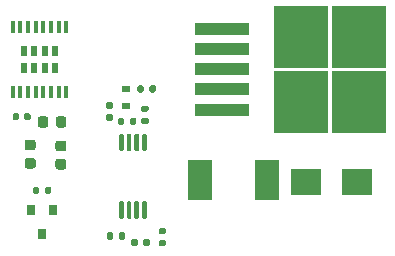
<source format=gbr>
%TF.GenerationSoftware,KiCad,Pcbnew,5.1.7-a382d34a8~88~ubuntu18.04.1*%
%TF.CreationDate,2021-05-09T09:36:21-04:00*%
%TF.ProjectId,salt_replacement,73616c74-5f72-4657-906c-6163656d656e,1.0.0*%
%TF.SameCoordinates,Original*%
%TF.FileFunction,Paste,Top*%
%TF.FilePolarity,Positive*%
%FSLAX46Y46*%
G04 Gerber Fmt 4.6, Leading zero omitted, Abs format (unit mm)*
G04 Created by KiCad (PCBNEW 5.1.7-a382d34a8~88~ubuntu18.04.1) date 2021-05-09 09:36:21*
%MOMM*%
%LPD*%
G01*
G04 APERTURE LIST*
%ADD10R,2.500000X2.300000*%
%ADD11R,2.000000X3.400000*%
%ADD12R,0.800000X0.900000*%
%ADD13R,4.600000X1.100000*%
%ADD14R,4.550000X5.250000*%
%ADD15R,0.450000X1.050000*%
%ADD16R,0.537000X0.882000*%
%ADD17R,0.700000X0.600000*%
G04 APERTURE END LIST*
D10*
%TO.C,D1*%
X137950000Y-125200000D03*
X142250000Y-125200000D03*
%TD*%
D11*
%TO.C,L1*%
X134650000Y-125100000D03*
X128950000Y-125100000D03*
%TD*%
D12*
%TO.C,Q1*%
X116550000Y-127600000D03*
X114650000Y-127600000D03*
X115600000Y-129600000D03*
%TD*%
D13*
%TO.C,U1*%
X130825000Y-112300000D03*
X130825000Y-114000000D03*
X130825000Y-115700000D03*
X130825000Y-117400000D03*
X130825000Y-119100000D03*
D14*
X142400000Y-118475000D03*
X137550000Y-112925000D03*
X142400000Y-112925000D03*
X137550000Y-118475000D03*
%TD*%
D15*
%TO.C,U2*%
X113125000Y-117625000D03*
X113775000Y-117625000D03*
X114425000Y-117625000D03*
X115075000Y-117625000D03*
X115725000Y-117625000D03*
X116375000Y-117625000D03*
X117025000Y-117625000D03*
X117675000Y-117625000D03*
X117675000Y-112075000D03*
X117025000Y-112075000D03*
X116375000Y-112075000D03*
X115725000Y-112075000D03*
X115075000Y-112075000D03*
X114425000Y-112075000D03*
X113775000Y-112075000D03*
X113125000Y-112075000D03*
D16*
X116742500Y-114115000D03*
X115847500Y-114115000D03*
X114952500Y-114115000D03*
X114057500Y-114115000D03*
X116742500Y-115585000D03*
X115847500Y-115585000D03*
X114952500Y-115585000D03*
X114057500Y-115585000D03*
%TD*%
%TO.C,C6*%
G36*
G01*
X113110000Y-119870000D02*
X113110000Y-119530000D01*
G75*
G02*
X113250000Y-119390000I140000J0D01*
G01*
X113530000Y-119390000D01*
G75*
G02*
X113670000Y-119530000I0J-140000D01*
G01*
X113670000Y-119870000D01*
G75*
G02*
X113530000Y-120010000I-140000J0D01*
G01*
X113250000Y-120010000D01*
G75*
G02*
X113110000Y-119870000I0J140000D01*
G01*
G37*
G36*
G01*
X114070000Y-119870000D02*
X114070000Y-119530000D01*
G75*
G02*
X114210000Y-119390000I140000J0D01*
G01*
X114490000Y-119390000D01*
G75*
G02*
X114630000Y-119530000I0J-140000D01*
G01*
X114630000Y-119870000D01*
G75*
G02*
X114490000Y-120010000I-140000J0D01*
G01*
X114210000Y-120010000D01*
G75*
G02*
X114070000Y-119870000I0J140000D01*
G01*
G37*
%TD*%
%TO.C,C7*%
G36*
G01*
X116775000Y-120400000D02*
X116775000Y-119900000D01*
G75*
G02*
X117000000Y-119675000I225000J0D01*
G01*
X117450000Y-119675000D01*
G75*
G02*
X117675000Y-119900000I0J-225000D01*
G01*
X117675000Y-120400000D01*
G75*
G02*
X117450000Y-120625000I-225000J0D01*
G01*
X117000000Y-120625000D01*
G75*
G02*
X116775000Y-120400000I0J225000D01*
G01*
G37*
G36*
G01*
X115225000Y-120400000D02*
X115225000Y-119900000D01*
G75*
G02*
X115450000Y-119675000I225000J0D01*
G01*
X115900000Y-119675000D01*
G75*
G02*
X116125000Y-119900000I0J-225000D01*
G01*
X116125000Y-120400000D01*
G75*
G02*
X115900000Y-120625000I-225000J0D01*
G01*
X115450000Y-120625000D01*
G75*
G02*
X115225000Y-120400000I0J225000D01*
G01*
G37*
%TD*%
%TO.C,C8*%
G36*
G01*
X114850000Y-124100000D02*
X114350000Y-124100000D01*
G75*
G02*
X114125000Y-123875000I0J225000D01*
G01*
X114125000Y-123425000D01*
G75*
G02*
X114350000Y-123200000I225000J0D01*
G01*
X114850000Y-123200000D01*
G75*
G02*
X115075000Y-123425000I0J-225000D01*
G01*
X115075000Y-123875000D01*
G75*
G02*
X114850000Y-124100000I-225000J0D01*
G01*
G37*
G36*
G01*
X114850000Y-122550000D02*
X114350000Y-122550000D01*
G75*
G02*
X114125000Y-122325000I0J225000D01*
G01*
X114125000Y-121875000D01*
G75*
G02*
X114350000Y-121650000I225000J0D01*
G01*
X114850000Y-121650000D01*
G75*
G02*
X115075000Y-121875000I0J-225000D01*
G01*
X115075000Y-122325000D01*
G75*
G02*
X114850000Y-122550000I-225000J0D01*
G01*
G37*
%TD*%
%TO.C,C9*%
G36*
G01*
X117450000Y-124175000D02*
X116950000Y-124175000D01*
G75*
G02*
X116725000Y-123950000I0J225000D01*
G01*
X116725000Y-123500000D01*
G75*
G02*
X116950000Y-123275000I225000J0D01*
G01*
X117450000Y-123275000D01*
G75*
G02*
X117675000Y-123500000I0J-225000D01*
G01*
X117675000Y-123950000D01*
G75*
G02*
X117450000Y-124175000I-225000J0D01*
G01*
G37*
G36*
G01*
X117450000Y-122625000D02*
X116950000Y-122625000D01*
G75*
G02*
X116725000Y-122400000I0J225000D01*
G01*
X116725000Y-121950000D01*
G75*
G02*
X116950000Y-121725000I225000J0D01*
G01*
X117450000Y-121725000D01*
G75*
G02*
X117675000Y-121950000I0J-225000D01*
G01*
X117675000Y-122400000D01*
G75*
G02*
X117450000Y-122625000I-225000J0D01*
G01*
G37*
%TD*%
%TO.C,R2*%
G36*
G01*
X116390000Y-125765000D02*
X116390000Y-126135000D01*
G75*
G02*
X116255000Y-126270000I-135000J0D01*
G01*
X115985000Y-126270000D01*
G75*
G02*
X115850000Y-126135000I0J135000D01*
G01*
X115850000Y-125765000D01*
G75*
G02*
X115985000Y-125630000I135000J0D01*
G01*
X116255000Y-125630000D01*
G75*
G02*
X116390000Y-125765000I0J-135000D01*
G01*
G37*
G36*
G01*
X115370000Y-125765000D02*
X115370000Y-126135000D01*
G75*
G02*
X115235000Y-126270000I-135000J0D01*
G01*
X114965000Y-126270000D01*
G75*
G02*
X114830000Y-126135000I0J135000D01*
G01*
X114830000Y-125765000D01*
G75*
G02*
X114965000Y-125630000I135000J0D01*
G01*
X115235000Y-125630000D01*
G75*
G02*
X115370000Y-125765000I0J-135000D01*
G01*
G37*
%TD*%
%TO.C,U3*%
G36*
G01*
X124175000Y-121150000D02*
X124375000Y-121150000D01*
G75*
G02*
X124475000Y-121250000I0J-100000D01*
G01*
X124475000Y-122525000D01*
G75*
G02*
X124375000Y-122625000I-100000J0D01*
G01*
X124175000Y-122625000D01*
G75*
G02*
X124075000Y-122525000I0J100000D01*
G01*
X124075000Y-121250000D01*
G75*
G02*
X124175000Y-121150000I100000J0D01*
G01*
G37*
G36*
G01*
X123525000Y-121150000D02*
X123725000Y-121150000D01*
G75*
G02*
X123825000Y-121250000I0J-100000D01*
G01*
X123825000Y-122525000D01*
G75*
G02*
X123725000Y-122625000I-100000J0D01*
G01*
X123525000Y-122625000D01*
G75*
G02*
X123425000Y-122525000I0J100000D01*
G01*
X123425000Y-121250000D01*
G75*
G02*
X123525000Y-121150000I100000J0D01*
G01*
G37*
G36*
G01*
X122875000Y-121150000D02*
X123075000Y-121150000D01*
G75*
G02*
X123175000Y-121250000I0J-100000D01*
G01*
X123175000Y-122525000D01*
G75*
G02*
X123075000Y-122625000I-100000J0D01*
G01*
X122875000Y-122625000D01*
G75*
G02*
X122775000Y-122525000I0J100000D01*
G01*
X122775000Y-121250000D01*
G75*
G02*
X122875000Y-121150000I100000J0D01*
G01*
G37*
G36*
G01*
X122225000Y-121150000D02*
X122425000Y-121150000D01*
G75*
G02*
X122525000Y-121250000I0J-100000D01*
G01*
X122525000Y-122525000D01*
G75*
G02*
X122425000Y-122625000I-100000J0D01*
G01*
X122225000Y-122625000D01*
G75*
G02*
X122125000Y-122525000I0J100000D01*
G01*
X122125000Y-121250000D01*
G75*
G02*
X122225000Y-121150000I100000J0D01*
G01*
G37*
G36*
G01*
X122225000Y-126875000D02*
X122425000Y-126875000D01*
G75*
G02*
X122525000Y-126975000I0J-100000D01*
G01*
X122525000Y-128250000D01*
G75*
G02*
X122425000Y-128350000I-100000J0D01*
G01*
X122225000Y-128350000D01*
G75*
G02*
X122125000Y-128250000I0J100000D01*
G01*
X122125000Y-126975000D01*
G75*
G02*
X122225000Y-126875000I100000J0D01*
G01*
G37*
G36*
G01*
X122875000Y-126875000D02*
X123075000Y-126875000D01*
G75*
G02*
X123175000Y-126975000I0J-100000D01*
G01*
X123175000Y-128250000D01*
G75*
G02*
X123075000Y-128350000I-100000J0D01*
G01*
X122875000Y-128350000D01*
G75*
G02*
X122775000Y-128250000I0J100000D01*
G01*
X122775000Y-126975000D01*
G75*
G02*
X122875000Y-126875000I100000J0D01*
G01*
G37*
G36*
G01*
X123525000Y-126875000D02*
X123725000Y-126875000D01*
G75*
G02*
X123825000Y-126975000I0J-100000D01*
G01*
X123825000Y-128250000D01*
G75*
G02*
X123725000Y-128350000I-100000J0D01*
G01*
X123525000Y-128350000D01*
G75*
G02*
X123425000Y-128250000I0J100000D01*
G01*
X123425000Y-126975000D01*
G75*
G02*
X123525000Y-126875000I100000J0D01*
G01*
G37*
G36*
G01*
X124175000Y-126875000D02*
X124375000Y-126875000D01*
G75*
G02*
X124475000Y-126975000I0J-100000D01*
G01*
X124475000Y-128250000D01*
G75*
G02*
X124375000Y-128350000I-100000J0D01*
G01*
X124175000Y-128350000D01*
G75*
G02*
X124075000Y-128250000I0J100000D01*
G01*
X124075000Y-126975000D01*
G75*
G02*
X124175000Y-126875000I100000J0D01*
G01*
G37*
%TD*%
D17*
%TO.C,D2*%
X122750000Y-118800000D03*
X122750000Y-117400000D03*
%TD*%
%TO.C,R1*%
G36*
G01*
X124210000Y-117165000D02*
X124210000Y-117535000D01*
G75*
G02*
X124075000Y-117670000I-135000J0D01*
G01*
X123805000Y-117670000D01*
G75*
G02*
X123670000Y-117535000I0J135000D01*
G01*
X123670000Y-117165000D01*
G75*
G02*
X123805000Y-117030000I135000J0D01*
G01*
X124075000Y-117030000D01*
G75*
G02*
X124210000Y-117165000I0J-135000D01*
G01*
G37*
G36*
G01*
X125230000Y-117165000D02*
X125230000Y-117535000D01*
G75*
G02*
X125095000Y-117670000I-135000J0D01*
G01*
X124825000Y-117670000D01*
G75*
G02*
X124690000Y-117535000I0J135000D01*
G01*
X124690000Y-117165000D01*
G75*
G02*
X124825000Y-117030000I135000J0D01*
G01*
X125095000Y-117030000D01*
G75*
G02*
X125230000Y-117165000I0J-135000D01*
G01*
G37*
%TD*%
%TO.C,R3*%
G36*
G01*
X125615000Y-129120000D02*
X125985000Y-129120000D01*
G75*
G02*
X126120000Y-129255000I0J-135000D01*
G01*
X126120000Y-129525000D01*
G75*
G02*
X125985000Y-129660000I-135000J0D01*
G01*
X125615000Y-129660000D01*
G75*
G02*
X125480000Y-129525000I0J135000D01*
G01*
X125480000Y-129255000D01*
G75*
G02*
X125615000Y-129120000I135000J0D01*
G01*
G37*
G36*
G01*
X125615000Y-130140000D02*
X125985000Y-130140000D01*
G75*
G02*
X126120000Y-130275000I0J-135000D01*
G01*
X126120000Y-130545000D01*
G75*
G02*
X125985000Y-130680000I-135000J0D01*
G01*
X125615000Y-130680000D01*
G75*
G02*
X125480000Y-130545000I0J135000D01*
G01*
X125480000Y-130275000D01*
G75*
G02*
X125615000Y-130140000I135000J0D01*
G01*
G37*
%TD*%
%TO.C,R4*%
G36*
G01*
X124115000Y-119790000D02*
X124485000Y-119790000D01*
G75*
G02*
X124620000Y-119925000I0J-135000D01*
G01*
X124620000Y-120195000D01*
G75*
G02*
X124485000Y-120330000I-135000J0D01*
G01*
X124115000Y-120330000D01*
G75*
G02*
X123980000Y-120195000I0J135000D01*
G01*
X123980000Y-119925000D01*
G75*
G02*
X124115000Y-119790000I135000J0D01*
G01*
G37*
G36*
G01*
X124115000Y-118770000D02*
X124485000Y-118770000D01*
G75*
G02*
X124620000Y-118905000I0J-135000D01*
G01*
X124620000Y-119175000D01*
G75*
G02*
X124485000Y-119310000I-135000J0D01*
G01*
X124115000Y-119310000D01*
G75*
G02*
X123980000Y-119175000I0J135000D01*
G01*
X123980000Y-118905000D01*
G75*
G02*
X124115000Y-118770000I135000J0D01*
G01*
G37*
%TD*%
%TO.C,R5*%
G36*
G01*
X121115000Y-118470000D02*
X121485000Y-118470000D01*
G75*
G02*
X121620000Y-118605000I0J-135000D01*
G01*
X121620000Y-118875000D01*
G75*
G02*
X121485000Y-119010000I-135000J0D01*
G01*
X121115000Y-119010000D01*
G75*
G02*
X120980000Y-118875000I0J135000D01*
G01*
X120980000Y-118605000D01*
G75*
G02*
X121115000Y-118470000I135000J0D01*
G01*
G37*
G36*
G01*
X121115000Y-119490000D02*
X121485000Y-119490000D01*
G75*
G02*
X121620000Y-119625000I0J-135000D01*
G01*
X121620000Y-119895000D01*
G75*
G02*
X121485000Y-120030000I-135000J0D01*
G01*
X121115000Y-120030000D01*
G75*
G02*
X120980000Y-119895000I0J135000D01*
G01*
X120980000Y-119625000D01*
G75*
G02*
X121115000Y-119490000I135000J0D01*
G01*
G37*
%TD*%
%TO.C,R6*%
G36*
G01*
X123580000Y-119915000D02*
X123580000Y-120285000D01*
G75*
G02*
X123445000Y-120420000I-135000J0D01*
G01*
X123175000Y-120420000D01*
G75*
G02*
X123040000Y-120285000I0J135000D01*
G01*
X123040000Y-119915000D01*
G75*
G02*
X123175000Y-119780000I135000J0D01*
G01*
X123445000Y-119780000D01*
G75*
G02*
X123580000Y-119915000I0J-135000D01*
G01*
G37*
G36*
G01*
X122560000Y-119915000D02*
X122560000Y-120285000D01*
G75*
G02*
X122425000Y-120420000I-135000J0D01*
G01*
X122155000Y-120420000D01*
G75*
G02*
X122020000Y-120285000I0J135000D01*
G01*
X122020000Y-119915000D01*
G75*
G02*
X122155000Y-119780000I135000J0D01*
G01*
X122425000Y-119780000D01*
G75*
G02*
X122560000Y-119915000I0J-135000D01*
G01*
G37*
%TD*%
%TO.C,R7*%
G36*
G01*
X121610000Y-129615000D02*
X121610000Y-129985000D01*
G75*
G02*
X121475000Y-130120000I-135000J0D01*
G01*
X121205000Y-130120000D01*
G75*
G02*
X121070000Y-129985000I0J135000D01*
G01*
X121070000Y-129615000D01*
G75*
G02*
X121205000Y-129480000I135000J0D01*
G01*
X121475000Y-129480000D01*
G75*
G02*
X121610000Y-129615000I0J-135000D01*
G01*
G37*
G36*
G01*
X122630000Y-129615000D02*
X122630000Y-129985000D01*
G75*
G02*
X122495000Y-130120000I-135000J0D01*
G01*
X122225000Y-130120000D01*
G75*
G02*
X122090000Y-129985000I0J135000D01*
G01*
X122090000Y-129615000D01*
G75*
G02*
X122225000Y-129480000I135000J0D01*
G01*
X122495000Y-129480000D01*
G75*
G02*
X122630000Y-129615000I0J-135000D01*
G01*
G37*
%TD*%
%TO.C,R8*%
G36*
G01*
X124190000Y-130535000D02*
X124190000Y-130165000D01*
G75*
G02*
X124325000Y-130030000I135000J0D01*
G01*
X124595000Y-130030000D01*
G75*
G02*
X124730000Y-130165000I0J-135000D01*
G01*
X124730000Y-130535000D01*
G75*
G02*
X124595000Y-130670000I-135000J0D01*
G01*
X124325000Y-130670000D01*
G75*
G02*
X124190000Y-130535000I0J135000D01*
G01*
G37*
G36*
G01*
X123170000Y-130535000D02*
X123170000Y-130165000D01*
G75*
G02*
X123305000Y-130030000I135000J0D01*
G01*
X123575000Y-130030000D01*
G75*
G02*
X123710000Y-130165000I0J-135000D01*
G01*
X123710000Y-130535000D01*
G75*
G02*
X123575000Y-130670000I-135000J0D01*
G01*
X123305000Y-130670000D01*
G75*
G02*
X123170000Y-130535000I0J135000D01*
G01*
G37*
%TD*%
M02*

</source>
